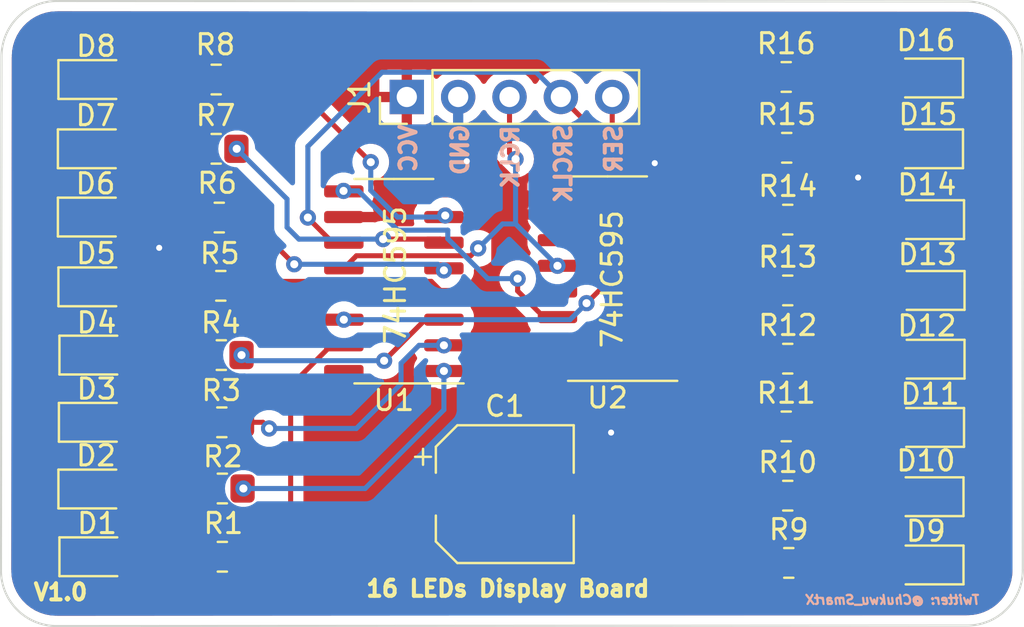
<source format=kicad_pcb>
(kicad_pcb (version 20211014) (generator pcbnew)
  (title_block (title "16-LED Board With Shift Registers") (date "2022-05-28") (rev "V1.0") (company "SMART INDUSTRIES") (comment 1 "CEO"))
  (layers (0 "F.Cu" signal) (31 "B.Cu" signal) (34 "B.Paste" user) (35 "F.Paste" user) (36 "B.SilkS" user "B.Silkscreen") (37 "F.SilkS" user "F.Silkscreen") (38 "B.Mask" user) (39 "F.Mask" user) (44 "Edge.Cuts" user))
  (net 0 "")
  (net 1 "VCC")
  (net 2 "GND")
  (net 3 "Net-(D1-Pad2)")
  (net 4 "/LED9")
  (net 5 "Net-(D2-Pad2)")
  (net 6 "/LED10")
  (net 7 "Net-(R3-Pad2)")
  (net 8 "/LED11")
  (net 9 "Net-(D4-Pad2)")
  (net 10 "/LED12")
  (net 11 "Net-(D5-Pad2)")
  (net 12 "/LED13")
  (net 13 "Net-(R6-Pad2)")
  (net 14 "/LED14")
  (net 15 "Net-(R7-Pad2)")
  (net 16 "/LED15")
  (net 17 "Net-(R8-Pad2)")
  (net 18 "/LED16")
  (net 19 "Net-(D9-Pad2)")
  (net 20 "/LED1")
  (net 21 "Net-(R10-Pad2)")
  (net 22 "/LED2")
  (net 23 "Net-(D11-Pad2)")
  (net 24 "/LED3")
  (net 25 "Net-(D12-Pad2)")
  (net 26 "/LED4")
  (net 27 "Net-(D13-Pad2)")
  (net 28 "/LED5")
  (net 29 "Net-(R14-Pad2)")
  (net 30 "/LED6")
  (net 31 "Net-(R15-Pad2)")
  (net 32 "/LED7")
  (net 33 "Net-(R16-Pad2)")
  (net 34 "/LED8")
  (net 35 "/DATA_S")
  (net 36 "/CLOCK")
  (net 37 "/LATCH")
  (net 39 "/DATA")
  (footprint "Resistor_SMD:R_0805_2012Metric_Pad1.20x1.40mm_HandSolder" (layer "F.Cu") (at 160.5788 102.997)
    (fp_text reference "R13" (at 0 -1.65) (layer "F.SilkS"))
    (fp_text value "220R")
    (fp_line (start -0.227064 -0.735) (end 0.227064 -0.735) (layer "F.SilkS") (width 0.12))
    (fp_line (start -0.227064 0.735) (end 0.227064 0.735) (layer "F.SilkS") (width 0.12))
    (pad "1" smd roundrect (at -1 0) (size 1.2 1.4) (layers "F.Cu" "F.Paste" "F.Mask") (roundrect_rratio 0.2083333333) (net 28 "/LED5"))
    (pad "2" smd roundrect (at 1 0) (size 1.2 1.4) (layers "F.Cu" "F.Paste" "F.Mask") (roundrect_rratio 0.2083333333) (net 27 "Net-(D13-Pad2)"))
  )
  (footprint "LED_SMD:LED_0805_2012Metric_Pad1.15x1.40mm_HandSolder" (layer "F.Cu") (at 167.4622 106.4006 180)
    (fp_text reference "D12" (at 0 1.651) (layer "F.SilkS"))
    (fp_text value "LED_Filled")
    (fp_line (start 1 -0.96) (end -1.86 -0.96) (layer "F.SilkS") (width 0.12))
    (fp_line (start -1.86 -0.96) (end -1.86 0.96) (layer "F.SilkS") (width 0.12))
    (fp_line (start -1.86 0.96) (end 1 0.96) (layer "F.SilkS") (width 0.12))
    (pad "1" smd roundrect (at -1.025 0 180) (size 1.15 1.4) (layers "F.Cu" "F.Paste" "F.Mask") (roundrect_rratio 0.2173913043) (net 2 "GND"))
    (pad "2" smd roundrect (at 1.025 0 180) (size 1.15 1.4) (layers "F.Cu" "F.Paste" "F.Mask") (roundrect_rratio 0.2173913043) (net 25 "Net-(D12-Pad2)"))
  )
  (footprint "Connector_PinHeader_2.54mm:PinHeader_1x05_P2.54mm_Vertical" (layer "F.Cu") (at 141.737 93.4212 90)
    (fp_text reference "J1" (at 0 -2.33 90) (layer "F.SilkS"))
    (fp_text value "Conn_01x05_Male")
    (fp_line (start -1.33 1.27) (end 1.33 1.27) (layer "F.SilkS") (width 0.12))
    (fp_line (start -1.33 -1.33) (end 0 -1.33) (layer "F.SilkS") (width 0.12))
    (fp_line (start -1.33 11.49) (end 1.33 11.49) (layer "F.SilkS") (width 0.12))
    (fp_line (start -1.33 0) (end -1.33 -1.33) (layer "F.SilkS") (width 0.12))
    (fp_line (start 1.33 1.27) (end 1.33 11.49) (layer "F.SilkS") (width 0.12))
    (fp_line (start -1.33 1.27) (end -1.33 11.49) (layer "F.SilkS") (width 0.12))
    (pad "1" thru_hole rect (at 0 0 90) (size 1.7 1.7) (drill 1) (layers *.Cu *.Mask) (net 1 "VCC"))
    (pad "2" thru_hole oval (at 0 2.54 90) (size 1.7 1.7) (drill 1) (layers *.Cu *.Mask) (net 2 "GND"))
    (pad "3" thru_hole oval (at 0 5.08 90) (size 1.7 1.7) (drill 1) (layers *.Cu *.Mask) (net 37 "/LATCH"))
    (pad "4" thru_hole oval (at 0 7.62 90) (size 1.7 1.7) (drill 1) (layers *.Cu *.Mask) (net 36 "/CLOCK"))
    (pad "5" thru_hole oval (at 0 10.16 90) (size 1.7 1.7) (drill 1) (layers *.Cu *.Mask) (net 39 "/DATA"))
  )
  (footprint "LED_SMD:LED_0805_2012Metric_Pad1.15x1.40mm_HandSolder" (layer "F.Cu") (at 126.4158 116.1796)
    (fp_text reference "D1" (at 0 -1.65) (layer "F.SilkS"))
    (fp_text value "LED_Filled")
    (fp_line (start -1.86 -0.96) (end -1.86 0.96) (layer "F.SilkS") (width 0.12))
    (fp_line (start -1.86 0.96) (end 1 0.96) (layer "F.SilkS") (width 0.12))
    (fp_line (start 1 -0.96) (end -1.86 -0.96) (layer "F.SilkS") (width 0.12))
    (pad "1" smd roundrect (at -1.025 0) (size 1.15 1.4) (layers "F.Cu" "F.Paste" "F.Mask") (roundrect_rratio 0.2173913043) (net 2 "GND"))
    (pad "2" smd roundrect (at 1.025 0) (size 1.15 1.4) (layers "F.Cu" "F.Paste" "F.Mask") (roundrect_rratio 0.2173913043) (net 3 "Net-(D1-Pad2)"))
  )
  (footprint "LED_SMD:LED_0805_2012Metric_Pad1.15x1.40mm_HandSolder" (layer "F.Cu") (at 126.365 102.8192)
    (fp_text reference "D5" (at 0 -1.65) (layer "F.SilkS"))
    (fp_text value "LED_Filled")
    (fp_line (start 1 -0.96) (end -1.86 -0.96) (layer "F.SilkS") (width 0.12))
    (fp_line (start -1.86 -0.96) (end -1.86 0.96) (layer "F.SilkS") (width 0.12))
    (fp_line (start -1.86 0.96) (end 1 0.96) (layer "F.SilkS") (width 0.12))
    (pad "1" smd roundrect (at -1.025 0) (size 1.15 1.4) (layers "F.Cu" "F.Paste" "F.Mask") (roundrect_rratio 0.2173913043) (net 2 "GND"))
    (pad "2" smd roundrect (at 1.025 0) (size 1.15 1.4) (layers "F.Cu" "F.Paste" "F.Mask") (roundrect_rratio 0.2173913043) (net 11 "Net-(D5-Pad2)"))
  )
  (footprint "Package_SO:SOIC-16_3.9x9.9mm_P1.27mm" (layer "F.Cu") (at 141.097 102.5398 180)
    (fp_text reference "U1" (at 0 -5.9) (layer "F.SilkS"))
    (fp_text value "74HC595" (at -0.0762 0.3048 90) (layer "F.SilkS"))
    (fp_line (start 0 5.06) (end 1.95 5.06) (layer "F.SilkS") (width 0.12))
    (fp_line (start 0 -5.06) (end 1.95 -5.06) (layer "F.SilkS") (width 0.12))
    (fp_line (start 0 -5.06) (end -3.45 -5.06) (layer "F.SilkS") (width 0.12))
    (fp_line (start 0 5.06) (end -1.95 5.06) (layer "F.SilkS") (width 0.12))
    (pad "1" smd roundrect (at -2.475 -4.445 180) (size 1.95 0.6) (layers "F.Cu" "F.Paste" "F.Mask") (net 6 "/LED10"))
    (pad "2" smd roundrect (at -2.475 -3.175 180) (size 1.95 0.6) (layers "F.Cu" "F.Paste" "F.Mask") (net 8 "/LED11"))
    (pad "3" smd roundrect (at -2.475 -1.905 180) (size 1.95 0.6) (layers "F.Cu" "F.Paste" "F.Mask") (net 10 "/LED12"))
    (pad "4" smd roundrect (at -2.475 -0.635 180) (size 1.95 0.6) (layers "F.Cu" "F.Paste" "F.Mask") (net 12 "/LED13"))
    (pad "5" smd roundrect (at -2.475 0.635 180) (size 1.95 0.6) (layers "F.Cu" "F.Paste" "F.Mask") (net 14 "/LED14"))
    (pad "6" smd roundrect (at -2.475 1.905 180) (size 1.95 0.6) (layers "F.Cu" "F.Paste" "F.Mask") (net 16 "/LED15"))
    (pad "7" smd roundrect (at -2.475 3.175 180) (size 1.95 0.6) (layers "F.Cu" "F.Paste" "F.Mask") (net 18 "/LED16"))
    (pad "8" smd roundrect (at -2.475 4.445 180) (size 1.95 0.6) (layers "F.Cu" "F.Paste" "F.Mask") (net 2 "GND"))
    (pad "9" smd roundrect (at 2.475 4.445 180) (size 1.95 0.6) (layers "F.Cu" "F.Paste" "F.Mask") (net 35 "/DATA_S"))
    (pad "10" smd roundrect (at 2.475 3.175 180) (size 1.95 0.6) (layers "F.Cu" "F.Paste" "F.Mask") (net 1 "VCC"))
    (pad "11" smd roundrect (at 2.475 1.905 180) (size 1.95 0.6) (layers "F.Cu" "F.Paste" "F.Mask") (net 36 "/CLOCK"))
    (pad "12" smd roundrect (at 2.475 0.635 180) (size 1.95 0.6) (layers "F.Cu" "F.Paste" "F.Mask") (net 37 "/LATCH"))
    (pad "13" smd roundrect (at 2.475 -0.635 180) (size 1.95 0.6) (layers "F.Cu" "F.Paste" "F.Mask"))
    (pad "14" smd roundrect (at 2.475 -1.905 180) (size 1.95 0.6) (layers "F.Cu" "F.Paste" "F.Mask") (net 39 "/DATA"))
    (pad "15" smd roundrect (at 2.475 -3.175 180) (size 1.95 0.6) (layers "F.Cu" "F.Paste" "F.Mask") (net 4 "/LED9"))
    (pad "16" smd roundrect (at 2.475 -4.445 180) (size 1.95 0.6) (layers "F.Cu" "F.Paste" "F.Mask") (net 1 "VCC"))
  )
  (footprint "Resistor_SMD:R_0805_2012Metric_Pad1.20x1.40mm_HandSolder" (layer "F.Cu") (at 132.3086 95.9866 180)
    (fp_text reference "R7" (at 0.0254 1.651) (layer "F.SilkS"))
    (fp_text value "220R")
    (fp_line (start -0.227064 -0.735) (end 0.227064 -0.735) (layer "F.SilkS") (width 0.12))
    (fp_line (start -0.227064 0.735) (end 0.227064 0.735) (layer "F.SilkS") (width 0.12))
    (pad "1" smd roundrect (at -1 0 180) (size 1.2 1.4) (layers "F.Cu" "F.Paste" "F.Mask") (roundrect_rratio 0.2083333333) (net 16 "/LED15"))
    (pad "2" smd roundrect (at 1 0 180) (size 1.2 1.4) (layers "F.Cu" "F.Paste" "F.Mask") (roundrect_rratio 0.2083333333) (net 15 "Net-(R7-Pad2)"))
  )
  (footprint "Resistor_SMD:R_0805_2012Metric_Pad1.20x1.40mm_HandSolder" (layer "F.Cu") (at 132.461 99.3902 180)
    (fp_text reference "R6" (at 0.1016 1.7018) (layer "F.SilkS"))
    (fp_text value "220R")
    (fp_line (start -0.227064 0.735) (end 0.227064 0.735) (layer "F.SilkS") (width 0.12))
    (fp_line (start -0.227064 -0.735) (end 0.227064 -0.735) (layer "F.SilkS") (width 0.12))
    (pad "1" smd roundrect (at -1 0 180) (size 1.2 1.4) (layers "F.Cu" "F.Paste" "F.Mask") (roundrect_rratio 0.2083333333) (net 14 "/LED14"))
    (pad "2" smd roundrect (at 1 0 180) (size 1.2 1.4) (layers "F.Cu" "F.Paste" "F.Mask") (roundrect_rratio 0.2083333333) (net 13 "Net-(R6-Pad2)"))
  )
  (footprint "LED_SMD:LED_0805_2012Metric_Pad1.15x1.40mm_HandSolder" (layer "F.Cu") (at 167.4114 113.2078 180)
    (fp_text reference "D10" (at 0 1.778) (layer "F.SilkS"))
    (fp_text value "LED_Filled")
    (fp_line (start -1.86 -0.96) (end -1.86 0.96) (layer "F.SilkS") (width 0.12))
    (fp_line (start -1.86 0.96) (end 1 0.96) (layer "F.SilkS") (width 0.12))
    (fp_line (start 1 -0.96) (end -1.86 -0.96) (layer "F.SilkS") (width 0.12))
    (pad "1" smd roundrect (at -1.025 0 180) (size 1.15 1.4) (layers "F.Cu" "F.Paste" "F.Mask") (roundrect_rratio 0.2173913043) (net 2 "GND"))
    (pad "2" smd roundrect (at 1.025 0 180) (size 1.15 1.4) (layers "F.Cu" "F.Paste" "F.Mask") (roundrect_rratio 0.2173913043) (net 21 "Net-(R10-Pad2)"))
  )
  (footprint "Resistor_SMD:R_0805_2012Metric_Pad1.20x1.40mm_HandSolder" (layer "F.Cu") (at 132.5372 102.7684 180)
    (fp_text reference "R5" (at 0.0508 1.6002) (layer "F.SilkS"))
    (fp_text value "220R")
    (fp_line (start -0.227064 -0.735) (end 0.227064 -0.735) (layer "F.SilkS") (width 0.12))
    (fp_line (start -0.227064 0.735) (end 0.227064 0.735) (layer "F.SilkS") (width 0.12))
    (pad "1" smd roundrect (at -1 0 180) (size 1.2 1.4) (layers "F.Cu" "F.Paste" "F.Mask") (roundrect_rratio 0.2083333333) (net 12 "/LED13"))
    (pad "2" smd roundrect (at 1 0 180) (size 1.2 1.4) (layers "F.Cu" "F.Paste" "F.Mask") (roundrect_rratio 0.2083333333) (net 11 "Net-(D5-Pad2)"))
  )
  (footprint "Capacitor_SMD:CP_Elec_6.3x5.3" (layer "F.Cu") (at 146.5834 113.0808)
    (fp_text reference "C1" (at 0 -4.35) (layer "F.SilkS"))
    (fp_text value "200uF")
    (fp_line (start -3.41 2.345563) (end -2.345563 3.41) (layer "F.SilkS") (width 0.12))
    (fp_line (start -4.04375 -2.24125) (end -4.04375 -1.45375) (layer "F.SilkS") (width 0.12))
    (fp_line (start -2.345563 3.41) (end 3.41 3.41) (layer "F.SilkS") (width 0.12))
    (fp_line (start -2.345563 -3.41) (end 3.41 -3.41) (layer "F.SilkS") (width 0.12))
    (fp_line (start -3.41 2.345563) (end -3.41 1.06) (layer "F.SilkS") (width 0.12))
    (fp_line (start -3.41 -2.345563) (end -2.345563 -3.41) (layer "F.SilkS") (width 0.12))
    (fp_line (start 3.41 3.41) (end 3.41 1.06) (layer "F.SilkS") (width 0.12))
    (fp_line (start 3.41 -3.41) (end 3.41 -1.06) (layer "F.SilkS") (width 0.12))
    (fp_line (start -4.4375 -1.8475) (end -3.65 -1.8475) (layer "F.SilkS") (width 0.12))
    (fp_line (start -3.41 -2.345563) (end -3.41 -1.06) (layer "F.SilkS") (width 0.12))
    (pad "1" smd roundrect (at -2.8 0) (size 3.5 1.6) (layers "F.Cu" "F.Paste" "F.Mask") (roundrect_rratio 0.15625) (net 1 "VCC"))
    (pad "2" smd roundrect (at 2.8 0) (size 3.5 1.6) (layers "F.Cu" "F.Paste" "F.Mask") (roundrect_rratio 0.15625) (net 2 "GND"))
  )
  (footprint "LED_SMD:LED_0805_2012Metric_Pad1.15x1.40mm_HandSolder" (layer "F.Cu") (at 167.386 92.4814 180)
    (fp_text reference "D16" (at -0.0254 1.8542) (layer "F.SilkS"))
    (fp_text value "LED_Filled")
    (fp_line (start -1.86 0.96) (end 1 0.96) (layer "F.SilkS") (width 0.12))
    (fp_line (start 1 -0.96) (end -1.86 -0.96) (layer "F.SilkS") (width 0.12))
    (fp_line (start -1.86 -0.96) (end -1.86 0.96) (layer "F.SilkS") (width 0.12))
    (pad "1" smd roundrect (at -1.025 0 180) (size 1.15 1.4) (layers "F.Cu" "F.Paste" "F.Mask") (roundrect_rratio 0.2173913043) (net 2 "GND"))
    (pad "2" smd roundrect (at 1.025 0 180) (size 1.15 1.4) (layers "F.Cu" "F.Paste" "F.Mask") (roundrect_rratio 0.2173913043) (net 33 "Net-(R16-Pad2)"))
  )
  (footprint "Resistor_SMD:R_0805_2012Metric_Pad1.20x1.40mm_HandSolder" (layer "F.Cu") (at 160.5026 109.728)
    (fp_text reference "R11" (at 0 -1.65) (layer "F.SilkS"))
    (fp_text value "220R")
    (fp_line (start -0.227064 -0.735) (end 0.227064 -0.735) (layer "F.SilkS") (width 0.12))
    (fp_line (start -0.227064 0.735) (end 0.227064 0.735) (layer "F.SilkS") (width 0.12))
    (pad "1" smd roundrect (at -1 0) (size 1.2 1.4) (layers "F.Cu" "F.Paste" "F.Mask") (roundrect_rratio 0.2083333333) (net 24 "/LED3"))
    (pad "2" smd roundrect (at 1 0) (size 1.2 1.4) (layers "F.Cu" "F.Paste" "F.Mask") (roundrect_rratio 0.2083333333) (net 23 "Net-(D11-Pad2)"))
  )
  (footprint "LED_SMD:LED_0805_2012Metric_Pad1.15x1.40mm_HandSolder" (layer "F.Cu") (at 167.386 95.9866 180)
    (fp_text reference "D15" (at -0.127 1.7018) (layer "F.SilkS"))
    (fp_text value "LED_Filled")
    (fp_line (start 1 -0.96) (end -1.86 -0.96) (layer "F.SilkS") (width 0.12))
    (fp_line (start -1.86 -0.96) (end -1.86 0.96) (layer "F.SilkS") (width 0.12))
    (fp_line (start -1.86 0.96) (end 1 0.96) (layer "F.SilkS") (width 0.12))
    (pad "1" smd roundrect (at -1.025 0 180) (size 1.15 1.4) (layers "F.Cu" "F.Paste" "F.Mask") (roundrect_rratio 0.2173913043) (net 2 "GND"))
    (pad "2" smd roundrect (at 1.025 0 180) (size 1.15 1.4) (layers "F.Cu" "F.Paste" "F.Mask") (roundrect_rratio 0.2173913043) (net 31 "Net-(R15-Pad2)"))
  )
  (footprint "LED_SMD:LED_0805_2012Metric_Pad1.15x1.40mm_HandSolder" (layer "F.Cu") (at 167.4114 116.586 180)
    (fp_text reference "D9" (at 0 1.6764) (layer "F.SilkS"))
    (fp_text value "LED_Filled")
    (fp_line (start -1.86 -0.96) (end -1.86 0.96) (layer "F.SilkS") (width 0.12))
    (fp_line (start -1.86 0.96) (end 1 0.96) (layer "F.SilkS") (width 0.12))
    (fp_line (start 1 -0.96) (end -1.86 -0.96) (layer "F.SilkS") (width 0.12))
    (pad "1" smd roundrect (at -1.025 0 180) (size 1.15 1.4) (layers "F.Cu" "F.Paste" "F.Mask") (roundrect_rratio 0.2173913043) (net 2 "GND"))
    (pad "2" smd roundrect (at 1.025 0 180) (size 1.15 1.4) (layers "F.Cu" "F.Paste" "F.Mask") (roundrect_rratio 0.2173913043) (net 19 "Net-(D9-Pad2)"))
  )
  (footprint "LED_SMD:LED_0805_2012Metric_Pad1.15x1.40mm_HandSolder" (layer "F.Cu") (at 126.4158 106.1974)
    (fp_text reference "D4" (at -0.0254 -1.6002) (layer "F.SilkS"))
    (fp_text value "LED_Filled")
    (fp_line (start -1.86 -0.96) (end -1.86 0.96) (layer "F.SilkS") (width 0.12))
    (fp_line (start -1.86 0.96) (end 1 0.96) (layer "F.SilkS") (width 0.12))
    (fp_line (start 1 -0.96) (end -1.86 -0.96) (layer "F.SilkS") (width 0.12))
    (pad "1" smd roundrect (at -1.025 0) (size 1.15 1.4) (layers "F.Cu" "F.Paste" "F.Mask") (roundrect_rratio 0.2173913043) (net 2 "GND"))
    (pad "2" smd roundrect (at 1.025 0) (size 1.15 1.4) (layers "F.Cu" "F.Paste" "F.Mask") (roundrect_rratio 0.2173913043) (net 9 "Net-(D4-Pad2)"))
  )
  (footprint "LED_SMD:LED_0805_2012Metric_Pad1.15x1.40mm_HandSolder" (layer "F.Cu") (at 167.4368 99.4918 180)
    (fp_text reference "D14" (at -0.0254 1.7272) (layer "F.SilkS"))
    (fp_text value "LED_Filled")
    (fp_line (start -1.86 -0.96) (end -1.86 0.96) (layer "F.SilkS") (width 0.12))
    (fp_line (start 1 -0.96) (end -1.86 -0.96) (layer "F.SilkS") (width 0.12))
    (fp_line (start -1.86 0.96) (end 1 0.96) (layer "F.SilkS") (width 0.12))
    (pad "1" smd roundrect (at -1.025 0 180) (size 1.15 1.4) (layers "F.Cu" "F.Paste" "F.Mask") (roundrect_rratio 0.2173913043) (net 2 "GND"))
    (pad "2" smd roundrect (at 1.025 0 180) (size 1.15 1.4) (layers "F.Cu" "F.Paste" "F.Mask") (roundrect_rratio 0.2173913043) (net 29 "Net-(R14-Pad2)"))
  )
  (footprint "Resistor_SMD:R_0805_2012Metric_Pad1.20x1.40mm_HandSolder" (layer "F.Cu") (at 132.3086 92.5576 180)
    (fp_text reference "R8" (at 0.0414 1.7272) (layer "F.SilkS"))
    (fp_text value "220R")
    (fp_line (start -0.227064 -0.735) (end 0.227064 -0.735) (layer "F.SilkS") (width 0.12))
    (fp_line (start -0.227064 0.735) (end 0.227064 0.735) (layer "F.SilkS") (width 0.12))
    (pad "1" smd roundrect (at -1 0 180) (size 1.2 1.4) (layers "F.Cu" "F.Paste" "F.Mask") (roundrect_rratio 0.2083333333) (net 18 "/LED16"))
    (pad "2" smd roundrect (at 1 0 180) (size 1.2 1.4) (layers "F.Cu" "F.Paste" "F.Mask") (roundrect_rratio 0.2083333333) (net 17 "Net-(R8-Pad2)"))
  )
  (footprint "Resistor_SMD:R_0805_2012Metric_Pad1.20x1.40mm_HandSolder" (layer "F.Cu") (at 132.6134 112.8014 180)
    (fp_text reference "R2" (at -0.0254 1.5748) (layer "F.SilkS"))
    (fp_text value "220R")
    (fp_line (start -0.227064 0.735) (end 0.227064 0.735) (layer "F.SilkS") (width 0.12))
    (fp_line (start -0.227064 -0.735) (end 0.227064 -0.735) (layer "F.SilkS") (width 0.12))
    (pad "1" smd roundrect (at -1 0 180) (size 1.2 1.4) (layers "F.Cu" "F.Paste" "F.Mask") (roundrect_rratio 0.2083333333) (net 6 "/LED10"))
    (pad "2" smd roundrect (at 1 0 180) (size 1.2 1.4) (layers "F.Cu" "F.Paste" "F.Mask") (roundrect_rratio 0.2083333333) (net 5 "Net-(D2-Pad2)"))
  )
  (footprint "LED_SMD:LED_0805_2012Metric_Pad1.15x1.40mm_HandSolder" (layer "F.Cu") (at 126.365 112.8268)
    (fp_text reference "D2" (at 0 -1.65) (layer "F.SilkS"))
    (fp_text value "LED_Filled")
    (fp_line (start -1.86 0.96) (end 1 0.96) (layer "F.SilkS") (width 0.12))
    (fp_line (start -1.86 -0.96) (end -1.86 0.96) (layer "F.SilkS") (width 0.12))
    (fp_line (start 1 -0.96) (end -1.86 -0.96) (layer "F.SilkS") (width 0.12))
    (pad "1" smd roundrect (at -1.025 0) (size 1.15 1.4) (layers "F.Cu" "F.Paste" "F.Mask") (roundrect_rratio 0.2173913043) (net 2 "GND"))
    (pad "2" smd roundrect (at 1.025 0) (size 1.15 1.4) (layers "F.Cu" "F.Paste" "F.Mask") (roundrect_rratio 0.2173913043) (net 5 "Net-(D2-Pad2)"))
  )
  (footprint "Resistor_SMD:R_0805_2012Metric_Pad1.20x1.40mm_HandSolder" (layer "F.Cu") (at 160.6296 116.4844)
    (fp_text reference "R9" (at 0 -1.65) (layer "F.SilkS"))
    (fp_text value "220R")
    (fp_line (start -0.227064 -0.735) (end 0.227064 -0.735) (layer "F.SilkS") (width 0.12))
    (fp_line (start -0.227064 0.735) (end 0.227064 0.735) (layer "F.SilkS") (width 0.12))
    (pad "1" smd roundrect (at -1 0) (size 1.2 1.4) (layers "F.Cu" "F.Paste" "F.Mask") (roundrect_rratio 0.2083333333) (net 20 "/LED1"))
    (pad "2" smd roundrect (at 1 0) (size 1.2 1.4) (layers "F.Cu" "F.Paste" "F.Mask") (roundrect_rratio 0.2083333333) (net 19 "Net-(D9-Pad2)"))
  )
  (footprint "Resistor_SMD:R_0805_2012Metric_Pad1.20x1.40mm_HandSolder" (layer "F.Cu") (at 160.5788 113.157)
    (fp_text reference "R10" (at 0 -1.65) (layer "F.SilkS"))
    (fp_text value "220R")
    (fp_line (start -0.227064 -0.735) (end 0.227064 -0.735) (layer "F.SilkS") (width 0.12))
    (fp_line (start -0.227064 0.735) (end 0.227064 0.735) (layer "F.SilkS") (width 0.12))
    (pad "1" smd roundrect (at -1 0) (size 1.2 1.4) (layers "F.Cu" "F.Paste" "F.Mask") (roundrect_rratio 0.2083333333) (net 22 "/LED2"))
    (pad "2" smd roundrect (at 1 0) (size 1.2 1.4) (layers "F.Cu" "F.Paste" "F.Mask") (roundrect_rratio 0.2083333333) (net 21 "Net-(R10-Pad2)"))
  )
  (footprint "Resistor_SMD:R_0805_2012Metric_Pad1.20x1.40mm_HandSolder" (layer "F.Cu") (at 132.6134 116.1796 180)
    (fp_text reference "R1" (at -0.0508 1.651) (layer "F.SilkS"))
    (fp_text value "220R")
    (fp_line (start -0.227064 0.735) (end 0.227064 0.735) (layer "F.SilkS") (width 0.12))
    (fp_line (start -0.227064 -0.735) (end 0.227064 -0.735) (layer "F.SilkS") (width 0.12))
    (pad "1" smd roundrect (at -1 0 180) (size 1.2 1.4) (layers "F.Cu" "F.Paste" "F.Mask") (roundrect_rratio 0.2083333333) (net 4 "/LED9"))
    (pad "2" smd roundrect (at 1 0 180) (size 1.2 1.4) (layers "F.Cu" "F.Paste" "F.Mask") (roundrect_rratio 0.2083333333) (net 3 "Net-(D1-Pad2)"))
  )
  (footprint "Resistor_SMD:R_0805_2012Metric_Pad1.20x1.40mm_HandSolder" (layer "F.Cu") (at 160.5788 106.3752)
    (fp_text reference "R12" (at 0 -1.65) (layer "F.SilkS"))
    (fp_text value "220R")
    (fp_line (start -0.227064 -0.735) (end 0.227064 -0.735) (layer "F.SilkS") (width 0.12))
    (fp_line (start -0.227064 0.735) (end 0.227064 0.735) (layer "F.SilkS") (width 0.12))
    (pad "1" smd roundrect (at -1 0) (size 1.2 1.4) (layers "F.Cu" "F.Paste" "F.Mask") (roundrect_rratio 0.2083333333) (net 26 "/LED4"))
    (pad "2" smd roundrect (at 1 0) (size 1.2 1.4) (layers "F.Cu" "F.Paste" "F.Mask") (roundrect_rratio 0.2083333333) (net 25 "Net-(D12-Pad2)"))
  )
  (footprint "LED_SMD:LED_0805_2012Metric_Pad1.15x1.40mm_HandSolder" (layer "F.Cu") (at 126.3396 95.9866)
    (fp_text reference "D7" (at 0 -1.65) (layer "F.SilkS"))
    (fp_text value "LED_Filled")
    (fp_line (start -1.86 0.96) (end 1 0.96) (layer "F.SilkS") (width 0.12))
    (fp_line (start 1 -0.96) (end -1.86 -0.96) (layer "F.SilkS") (width 0.12))
    (fp_line (start -1.86 -0.96) (end -1.86 0.96) (layer "F.SilkS") (width 0.12))
    (pad "1" smd roundrect (at -1.025 0) (size 1.15 1.4) (layers "F.Cu" "F.Paste" "F.Mask") (roundrect_rratio 0.2173913043) (net 2 "GND"))
    (pad "2" smd roundrect (at 1.025 0) (size 1.15 1.4) (layers "F.Cu" "F.Paste" "F.Mask") (roundrect_rratio 0.2173913043) (net 15 "Net-(R7-Pad2)"))
  )
  (footprint "Resistor_SMD:R_0805_2012Metric_Pad1.20x1.40mm_HandSolder" (layer "F.Cu") (at 132.588 109.5248 180)
    (fp_text reference "R3" (at 0.0254 1.5748) (layer "F.SilkS"))
    (fp_text value "220R")
    (fp_line (start -0.227064 -0.735) (end 0.227064 -0.735) (layer "F.SilkS") (width 0.12))
    (fp_line (start -0.227064 0.735) (end 0.227064 0.735) (layer "F.SilkS") (width 0.12))
    (pad "1" smd roundrect (at -1 0 180) (size 1.2 1.4) (layers "F.Cu" "F.Paste" "F.Mask") (roundrect_rratio 0.2083333333) (net 8 "/LED11"))
    (pad "2" smd roundrect (at 1 0 180) (size 1.2 1.4) (layers "F.Cu" "F.Paste" "F.Mask") (roundrect_rratio 0.2083333333) (net 7 "Net-(R3-Pad2)"))
  )
  (footprint "Resistor_SMD:R_0805_2012Metric_Pad1.20x1.40mm_HandSolder" (layer "F.Cu") (at 160.5026 92.4306)
    (fp_text reference "R16" (at 0 -1.65) (layer "F.SilkS"))
    (fp_text value "220R")
    (fp_line (start -0.227064 -0.735) (end 0.227064 -0.735) (layer "F.SilkS") (width 0.12))
    (fp_line (start -0.227064 0.735) (end 0.227064 0.735) (layer "F.SilkS") (width 0.12))
    (pad "1" smd roundrect (at -1 0) (size 1.2 1.4) (layers "F.Cu" "F.Paste" "F.Mask") (roundrect_rratio 0.2083333333) (net 34 "/LED8"))
    (pad "2" smd roundrect (at 1 0) (size 1.2 1.4) (layers "F.Cu" "F.Paste" "F.Mask") (roundrect_rratio 0.2083333333) (net 33 "Net-(R16-Pad2)"))
  )
  (footprint "LED_SMD:LED_0805_2012Metric_Pad1.15x1.40mm_HandSolder" (layer "F.Cu") (at 126.3904 109.5248)
    (fp_text reference "D3" (at 0 -1.65) (layer "F.SilkS"))
    (fp_text value "LED_Filled")
    (fp_line (start 1 -0.96) (end -1.86 -0.96) (layer "F.SilkS") (width 0.12))
    (fp_line (start -1.86 0.96) (end 1 0.96) (layer "F.SilkS") (width 0.12))
    (fp_line (start -1.86 -0.96) (end -1.86 0.96) (layer "F.SilkS") (width 0.12))
    (pad "1" smd roundrect (at -1.025 0) (size 1.15 1.4) (layers "F.Cu" "F.Paste" "F.Mask") (roundrect_rratio 0.2173913043) (net 2 "GND"))
    (pad "2" smd roundrect (at 1.025 0) (size 1.15 1.4) (layers "F.Cu" "F.Paste" "F.Mask") (roundrect_rratio 0.2173913043) (net 7 "Net-(R3-Pad2)"))
  )
  (footprint "Resistor_SMD:R_0805_2012Metric_Pad1.20x1.40mm_HandSolder" (layer "F.Cu") (at 160.5788 99.4918)
    (fp_text reference "R14" (at 0 -1.65) (layer "F.SilkS"))
    (fp_text value "220R")
    (fp_line (start -0.227064 -0.735) (end 0.227064 -0.735) (layer "F.SilkS") (width 0.12))
    (fp_line (start -0.227064 0.735) (end 0.227064 0.735) (layer "F.SilkS") (width 0.12))
    (pad "1" smd roundrect (at -1 0) (size 1.2 1.4) (layers "F.Cu" "F.Paste" "F.Mask") (roundrect_rratio 0.2083333333) (net 30 "/LED6"))
    (pad "2" smd roundrect (at 1 0) (size 1.2 1.4) (layers "F.Cu" "F.Paste" "F.Mask") (roundrect_rratio 0.2083333333) (net 29 "Net-(R14-Pad2)"))
  )
  (footprint "LED_SMD:LED_0805_2012Metric_Pad1.15x1.40mm_HandSolder" (layer "F.Cu") (at 126.3396 99.3648)
    (fp_text reference "D6" (at 0 -1.65) (layer "F.SilkS"))
    (fp_text value "LED_Filled")
    (fp_line (start -1.86 -0.96) (end -1.86 0.96) (layer "F.SilkS") (width 0.12))
    (fp_line (start 1 -0.96) (end -1.86 -0.96) (layer "F.SilkS") (width 0.12))
    (fp_line (start -1.86 0.96) (end 1 0.96) (layer "F.SilkS") (width 0.12))
    (pad "1" smd roundrect (at -1.025 0) (size 1.15 1.4) (layers "F.Cu" "F.Paste" "F.Mask") (roundrect_rratio 0.2173913043) (net 2 "GND"))
    (pad "2" smd roundrect (at 1.025 0) (size 1.15 1.4) (layers "F.Cu" "F.Paste" "F.Mask") (roundrect_rratio 0.2173913043) (net 13 "Net-(R6-Pad2)"))
  )
  (footprint "Resistor_SMD:R_0805_2012Metric_Pad1.20x1.40mm_HandSolder" (layer "F.Cu") (at 132.5626 106.1974 180)
    (fp_text reference "R4" (at 0.0254 1.6002) (layer "F.SilkS"))
    (fp_text value "220R")
    (fp_line (start -0.227064 -0.735) (end 0.227064 -0.735) (layer "F.SilkS") (width 0.12))
    (fp_line (start -0.227064 0.735) (end 0.227064 0.735) (layer "F.SilkS") (width 0.12))
    (pad "1" smd roundrect (at -1 0 180) (size 1.2 1.4) (layers "F.Cu" "F.Paste" "F.Mask") (roundrect_rratio 0.2083333333) (net 10 "/LED12"))
    (pad "2" smd roundrect (at 1 0 180) (size 1.2 1.4) (layers "F.Cu" "F.Paste" "F.Mask") (roundrect_rratio 0.2083333333) (net 9 "Net-(D4-Pad2)"))
  )
  (footprint "LED_SMD:LED_0805_2012Metric_Pad1.15x1.40mm_HandSolder" (layer "F.Cu") (at 126.365 92.5576)
    (fp_text reference "D8" (at 0 -1.65) (layer "F.SilkS"))
    (fp_text value "LED_Filled")
    (fp_line (start -1.86 0.96) (end 1 0.96) (layer "F.SilkS") (width 0.12))
    (fp_line (start 1 -0.96) (end -1.86 -0.96) (layer "F.SilkS") (width 0.12))
    (fp_line (start -1.86 -0.96) (end -1.86 0.96) (layer "F.SilkS") (width 0.12))
    (pad "1" smd roundrect (at -1.025 0) (size 1.15 1.4) (layers "F.Cu" "F.Paste" "F.Mask") (roundrect_rratio 0.2173913043) (net 2 "GND"))
    (pad "2" smd roundrect (at 1.025 0) (size 1.15 1.4) (layers "F.Cu" "F.Paste" "F.Mask") (roundrect_rratio 0.2173913043) (net 17 "Net-(R8-Pad2)"))
  )
  (footprint "Resistor_SMD:R_0805_2012Metric_Pad1.20x1.40mm_HandSolder" (layer "F.Cu") (at 160.528 95.9358)
    (fp_text reference "R15" (at 0 -1.65) (layer "F.SilkS"))
    (fp_text value "220R")
    (fp_line (start -0.227064 0.735) (end 0.227064 0.735) (layer "F.SilkS") (width 0.12))
    (fp_line (start -0.227064 -0.735) (end 0.227064 -0.735) (layer "F.SilkS") (width 0.12))
    (pad "1" smd roundrect (at -1 0) (size 1.2 1.4) (layers "F.Cu" "F.Paste" "F.Mask") (roundrect_rratio 0.2083333333) (net 32 "/LED7"))
    (pad "2" smd roundrect (at 1 0) (size 1.2 1.4) (layers "F.Cu" "F.Paste" "F.Mask") (roundrect_rratio 0.2083333333) (net 31 "Net-(R15-Pad2)"))
  )
  (footprint "LED_SMD:LED_0805_2012Metric_Pad1.15x1.40mm_HandSolder" (layer "F.Cu") (at 167.4368 109.7788 180)
    (fp_text reference "D11" (at -0.1778 1.651) (layer "F.SilkS"))
    (fp_text value "LED_Filled")
    (fp_line (start 1 -0.96) (end -1.86 -0.96) (layer "F.SilkS") (width 0.12))
    (fp_line (start -1.86 0.96) (end 1 0.96) (layer "F.SilkS") (width 0.12))
    (fp_line (start -1.86 -0.96) (end -1.86 0.96) (layer "F.SilkS") (width 0.12))
    (pad "1" smd roundrect (at -1.025 0 180) (size 1.15 1.4) (layers "F.Cu" "F.Paste" "F.Mask") (roundrect_rratio 0.2173913043) (net 2 "GND"))
    (pad "2" smd roundrect (at 1.025 0 180) (size 1.15 1.4) (layers "F.Cu" "F.Paste" "F.Mask") (roundrect_rratio 0.2173913043) (net 23 "Net-(D11-Pad2)"))
  )
  (footprint "LED_SMD:LED_0805_2012Metric_Pad1.15x1.40mm_HandSolder" (layer "F.Cu") (at 167.4622 102.997 180)
    (fp_text reference "D13" (at -0.0254 1.778) (layer "F.SilkS"))
    (fp_text value "LED_Filled")
    (fp_line (start -1.86 -0.96) (end -1.86 0.96) (layer "F.SilkS") (width 0.12))
    (fp_line (start -1.86 0.96) (end 1 0.96) (layer "F.SilkS") (width 0.12))
    (fp_line (start 1 -0.96) (end -1.86 -0.96) (layer "F.SilkS") (width 0.12))
    (pad "1" smd roundrect (at -1.025 0 180) (size 1.15 1.4) (layers "F.Cu" "F.Paste" "F.Mask") (roundrect_rratio 0.2173913043) (net 2 "GND"))
    (pad "2" smd roundrect (at 1.025 0 180) (size 1.15 1.4) (layers "F.Cu" "F.Paste" "F.Mask") (roundrect_rratio 0.2173913043) (net 27 "Net-(D13-Pad2)"))
  )
  (footprint "Package_SO:SOIC-16_3.9x9.9mm_P1.27mm" (layer "F.Cu") (at 151.6634 102.4128 180)
    (fp_text reference "U2" (at 0 -5.9) (layer "F.SilkS"))
    (fp_text value "74HC595" (at -0.2286 -0.0254 90) (layer "F.SilkS"))
    (fp_line (start 0 -5.06) (end -3.45 -5.06) (layer "F.SilkS") (width 0.12))
    (fp_line (start 0 5.06) (end -1.95 5.06) (layer "F.SilkS") (width 0.12))
    (fp_line (start 0 5.06) (end 1.95 5.06) (layer "F.SilkS") (width 0.12))
    (fp_line (start 0 -5.06) (end 1.95 -5.06) (layer "F.SilkS") (width 0.12))
    (pad "1" smd roundrect (at -2.475 -4.445 180) (size 1.95 0.6) (layers "F.Cu" "F.Paste" "F.Mask") (net 22 "/LED2"))
    (pad "2" smd roundrect (at -2.475 -3.175 180) (size 1.95 0.6) (layers "F.Cu" "F.Paste" "F.Mask") (net 24 "/LED3"))
    (pad "3" smd roundrect (at -2.475 -1.905 180) (size 1.95 0.6) (layers "F.Cu" "F.Paste" "F.Mask") (net 26 "/LED4"))
    (pad "4" smd roundrect (at -2.475 -0.635 180) (size 1.95 0.6) (layers "F.Cu" "F.Paste" "F.Mask") (net 28 "/LED5"))
    (pad "5" smd roundrect (at -2.475 0.635 180) (size 1.95 0.6) (layers "F.Cu" "F.Paste" "F.Mask") (net 30 "/LED6"))
    (pad "6" smd roundrect (at -2.475 1.905 180) (size 1.95 0.6) (layers "F.Cu" "F.Paste" "F.Mask") (net 32 "/LED7"))
    (pad "7" smd roundrect (at -2.475 3.175 180) (size 1.95 0.6) (layers "F.Cu" "F.Paste" "F.Mask") (net 34 "/LED8"))
    (pad "8" smd roundrect (at -2.475 4.445 180) (size 1.95 0.6) (layers "F.Cu" "F.Paste" "F.Mask") (net 2 "GND"))
    (pad "9" smd roundrect (at 2.475 4.445 180) (size 1.95 0.6) (layers "F.Cu" "F.Paste" "F.Mask"))
    (pad "10" smd roundrect (at 2.475 3.175 180) (size 1.95 0.6) (layers "F.Cu" "F.Paste" "F.Mask") (net 1 "VCC"))
    (pad "11" smd roundrect (at 2.475 1.905 180) (size 1.95 0.6) (layers "F.Cu" "F.Paste" "F.Mask") (net 36 "/CLOCK"))
    (pad "12" smd roundrect (at 2.475 0.635 180) (size 1.95 0.6) (layers "F.Cu" "F.Paste" "F.Mask") (net 37 "/LATCH"))
    (pad "13" smd roundrect (at 2.475 -0.635 180) (size 1.95 0.6) (layers "F.Cu" "F.Paste" "F.Mask"))
    (pad "14" smd roundrect (at 2.475 -1.905 180) (size 1.95 0.6) (layers "F.Cu" "F.Paste" "F.Mask") (net 35 "/DATA_S"))
    (pad "15" smd roundrect (at 2.475 -3.175 180) (size 1.95 0.6) (layers "F.Cu" "F.Paste" "F.Mask") (net 20 "/LED1"))
    (pad "16" smd roundrect (at 2.475 -4.445 180) (size 1.95 0.6) (layers "F.Cu" "F.Paste" "F.Mask") (net 1 "VCC"))
  )
  (gr_arc (start 172.202665 116.84) (mid 171.3992 118.779735) (end 169.459465 119.5832) (layer "Edge.Cuts") (width 0.1))
  (gr_arc (start 121.6914 91.4146) (mid 122.494865 89.474865) (end 124.4346 88.6714) (layer "Edge.Cuts") (width 0.1))
  (gr_line (start 121.6914 91.4146) (end 121.666 116.8654) (layer "Edge.Cuts") (width 0.1))
  (gr_line (start 124.4346 88.6714) (end 169.4434 88.6968) (layer "Edge.Cuts") (width 0.1))
  (gr_arc (start 169.4434 88.6968) (mid 171.383135 89.500265) (end 172.1866 91.44) (layer "Edge.Cuts") (width 0.1))
  (gr_line (start 124.4092 119.6086) (end 169.459465 119.5832) (layer "Edge.Cuts") (width 0.1))
  (gr_line (start 172.202665 116.84) (end 172.1866 91.44) (layer "Edge.Cuts") (width 0.1))
  (gr_arc (start 124.4092 119.6086) (mid 122.469465 118.805135) (end 121.666 116.8654) (layer "Edge.Cuts") (width 0.1))
  (gr_text "GND" (at 144.3736 96.0374 90) (layer "B.SilkS") (effects (font (size 0.8 0.8) (thickness 0.2)) (justify mirror)))
  (gr_text "SRCLK" (at 149.479 96.7232 90) (layer "B.SilkS") (effects (font (size 0.8 0.8) (thickness 0.2)) (justify mirror)))
  (gr_text "VCC" (at 141.8082 95.9612 90) (layer "B.SilkS") (effects (font (size 0.8 0.8) (thickness 0.2)) (justify mirror)))
  (gr_text "Twitter: @Chukwu_SmartX" (at 165.7858 118.3132) (layer "B.SilkS") (effects (font (size 0.45 0.45) (thickness 0.1125) italic) (justify mirror)))
  (gr_text "SER" (at 151.9682 95.9866 90) (layer "B.SilkS") (effects (font (size 0.8 0.8) (thickness 0.2)) (justify mirror)))
  (gr_text "RCLK" (at 146.8628 96.393 90) (layer "B.SilkS") (effects (font (size 0.8 0.8) (thickness 0.2)) (justify mirror)))
  (gr_text "V1.0" (at 124.6124 117.9322) (layer "F.SilkS") (effects (font (size 0.8 0.8) (thickness 0.2))))
  (gr_text "16 LEDs Display Board" (at 146.7358 117.7544) (layer "F.SilkS") (effects (font (size 0.8 0.8) (thickness 0.2))))
  (segment (start 145.251093 95.8392) (end 141.737 95.8392) (width 0.38) (layer "F.Cu") (net 1))
  (segment (start 141.737 95.8392) (end 141.737 98.547) (width 0.38) (layer "F.Cu") (net 1))
  (segment (start 147.6136 108.4326) (end 145.6436 108.4326) (width 0.38) (layer "F.Cu") (net 1))
  (segment (start 143.7834 110.2928) (end 143.7834 113.0808) (width 0.38) (layer "F.Cu") (net 1))
  (segment (start 146.105247 96.693353) (end 145.251093 95.8392) (width 0.38) (layer "F.Cu") (net 1))
  (segment (start 138.622 106.9848) (end 138.622 107.9194) (width 0.38) (layer "F.Cu") (net 1))
  (segment (start 149.1884 99.2378) (end 148.649693 99.2378) (width 0.38) (layer "F.Cu") (net 1))
  (segment (start 138.622 107.9194) (end 143.7834 113.0808) (width 0.38) (layer "F.Cu") (net 1))
  (segment (start 141.737 93.4212) (end 141.737 95.8392) (width 0.38) (layer "F.Cu") (net 1))
  (segment (start 140.9192 99.3648) (end 138.622 99.3648) (width 0.38) (layer "F.Cu") (net 1))
  (segment (start 148.649693 99.2378) (end 146.105247 96.693353) (width 0.38) (layer "F.Cu") (net 1))
  (segment (start 141.737 98.547) (end 140.9192 99.3648) (width 0.38) (layer "F.Cu") (net 1))
  (segment (start 146.105247 104.313354) (end 146.105247 96.693353) (width 0.38) (layer "F.Cu") (net 1))
  (segment (start 149.1884 106.8578) (end 148.649693 106.8578) (width 0.38) (layer "F.Cu") (net 1))
  (segment (start 149.1884 106.8578) (end 147.6136 108.4326) (width 0.38) (layer "F.Cu") (net 1))
  (segment (start 148.649693 106.8578) (end 146.105247 104.313354) (width 0.38) (layer "F.Cu") (net 1))
  (segment (start 145.6436 108.4326) (end 143.7834 110.2928) (width 0.38) (layer "F.Cu") (net 1))
  (segment (start 168.4618 109.7788) (end 168.4618 113.1824) (width 0.38) (layer "F.Cu") (net 2))
  (segment (start 129.0828 101.2952) (end 129.4892 100.8888) (width 0.38) (layer "F.Cu") (net 2))
  (segment (start 166.379 97.409) (end 164.0586 97.409) (width 0.38) (layer "F.Cu") (net 2))
  (segment (start 125.3146 99.3648) (end 125.3146 102.7938) (width 0.38) (layer "F.Cu") (net 2))
  (segment (start 168.4872 106.4006) (end 168.4872 109.7534) (width 0.38) (layer "F.Cu") (net 2))
  (segment (start 125.3908 109.4994) (end 125.3654 109.5248) (width 0.38) (layer "F.Cu") (net 2))
  (segment (start 154.1384 96.836) (end 154.0002 96.6978) (width 0.38) (layer "F.Cu") (net 2))
  (segment (start 168.4364 113.2078) (end 168.4364 116.586) (width 0.38) (layer "F.Cu") (net 2))
  (segment (start 168.4618 99.4918) (end 166.379 97.409) (width 0.38) (layer "F.Cu") (net 2))
  (segment (start 125.3654 112.8014) (end 125.34 112.8268) (width 0.38) (layer "F.Cu") (net 2))
  (segment (start 125.34 92.5576) (end 125.34 95.9612) (width 0.38) (layer "F.Cu") (net 2))
  (segment (start 168.4872 109.7534) (end 168.4618 109.7788) (width 0.38) (layer "F.Cu") (net 2))
  (segment (start 144.7038 96.5962) (end 144.7038 96.963) (width 0.38) (layer "F.Cu") (net 2))
  (segment (start 125.3654 109.5248) (end 125.3654 112.8014) (width 0.38) (layer "F.Cu") (net 2))
  (segment (start 168.411 92.4814) (end 168.411 95.9866) (width 0.38) (layer "F.Cu") (net 2))
  (segment (start 125.34 95.9612) (end 125.3146 95.9866) (width 0.38) (layer "F.Cu") (net 2))
  (segment (start 149.3834 113.0808) (end 149.3834 112.4906) (width 0.38) (layer "F.Cu") (net 2))
  (segment (start 168.4618 99.4918) (end 168.4618 102.9716) (width 0.38) (layer "F.Cu") (net 2))
  (segment (start 149.3834 112.4906) (end 151.8412 110.0328) (width 0.38) (layer "F.Cu") (net 2))
  (segment (start 168.4618 113.1824) (end 168.4364 113.2078) (width 0.38) (layer "F.Cu") (net 2))
  (segment (start 168.411 95.9866) (end 168.411 99.441) (width 0.38) (layer "F.Cu") (net 2))
  (segment (start 168.4618 102.9716) (end 168.4872 102.997) (width 0.38) (layer "F.Cu") (net 2))
  (segment (start 144.7038 96.963) (end 143.572 98.0948) (width 0.38) (layer "F.Cu") (net 2))
  (segment (start 127.245 101.2952) (end 129.0828 101.2952) (width 0.38) (layer "F.Cu") (net 2))
  (segment (start 125.34 112.8268) (end 125.34 116.1288) (width 0.38) (layer "F.Cu") (net 2))
  (segment (start 168.411 99.441) (end 168.4618 99.4918) (width 0.38) (layer "F.Cu") (net 2))
  (segment (start 125.3146 95.9866) (end 125.3146 99.3648) (width 0.38) (layer "F.Cu") (net 2))
  (segment (start 125.3146 102.7938) (end 125.34 102.8192) (width 0.38) (layer "F.Cu") (net 2))
  (segment (start 125.34 116.1288) (end 125.3908 116.1796) (width 0.38) (layer "F.Cu") (net 2))
  (segment (start 125.34 102.8192) (end 125.34 106.1466) (width 0.38) (layer "F.Cu") (net 2))
  (segment (start 168.4872 102.997) (end 168.4872 106.4006) (width 0.38) (layer "F.Cu") (net 2))
  (segment (start 125.3908 106.1974) (end 125.3908 109.4994) (width 0.38) (layer "F.Cu") (net 2))
  (segment (start 154.1384 97.9678) (end 154.1384 96.836) (width 0.38) (layer "F.Cu") (net 2))
  (segment (start 125.3146 99.3648) (end 127.245 101.2952) (width 0.38) (layer "F.Cu") (net 2))
  (segment (start 125.34 106.1466) (end 125.3908 106.1974) (width 0.38) (layer "F.Cu") (net 2))
  (via (at 154.0002 96.6978) (size 0.6) (drill 0.3) (layers "F.Cu" "B.Cu") (net 2))
  (via (at 144.7038 96.5962) (size 0.6) (drill 0.3) (layers "F.Cu" "B.Cu") (net 2))
  (via (at 151.8412 110.0328) (size 0.6) (drill 0.3) (layers "F.Cu" "B.Cu") (net 2))
  (via (at 164.0586 97.409) (size 0.6) (drill 0.3) (layers "F.Cu" "B.Cu") (net 2))
  (via (at 129.4892 100.8888) (size 0.6) (drill 0.3) (layers "F.Cu" "B.Cu") (net 2))
  (segment (start 154.0002 96.6978) (end 153.416 96.1136) (width 0.38) (layer "B.Cu") (net 2))
  (segment (start 153.5888 95.2296) (end 145.9688 95.2296) (width 0.38) (layer "B.Cu") (net 2))
  (segment (start 151.8412 96.9772) (end 152.7048 96.1136) (width 0.38) (layer "B.Cu") (net 2))
  (segment (start 151.8412 110.0328) (end 151.8412 96.9772) (width 0.38) (layer "B.Cu") (net 2))
  (segment (start 144.277 96.1694) (end 144.7038 96.5962) (width 0.38) (layer "B.Cu") (net 2))
  (segment (start 164.0586 97.409) (end 156.718 97.409) (width 0.38) (layer "B.Cu") (net 2))
  (segment (start 144.277 95.2296) (end 144.277 96.1694) (width 0.38) (layer "B.Cu") (net 2))
  (segment (start 153.416 96.1136) (end 152.7048 96.1136) (width 0.38) (layer "B.Cu") (net 2))
  (segment (start 145.9688 95.2296) (end 144.277 95.2296) (width 0.38) (layer "B.Cu") (net 2))
  (segment (start 144.277 93.4212) (end 144.277 95.2296) (width 0.38) (layer "B.Cu") (net 2))
  (segment (start 156.718 97.409) (end 154.5386 95.2296) (width 0.38) (layer "B.Cu") (net 2))
  (segment (start 152.7048 96.1136) (end 153.5888 95.2296) (width 0.38) (layer "B.Cu") (net 2))
  (segment (start 154.5386 95.2296) (end 153.5888 95.2296) (width 0.38) (layer "B.Cu") (net 2))
  (segment (start 127.4408 116.1796) (end 131.6134 116.1796) (width 0.25) (layer "F.Cu") (net 3))
  (segment (start 135.9916 113.8014) (end 135.9916 107.7214) (width 0.25) (layer "F.Cu") (net 4))
  (segment (start 133.6134 116.1796) (end 135.9916 113.8014) (width 0.25) (layer "F.Cu") (net 4))
  (segment (start 135.9916 107.7214) (end 137.9982 105.7148) (width 0.25) (layer "F.Cu") (net 4))
  (segment (start 137.9982 105.7148) (end 138.622 105.7148) (width 0.25) (layer "F.Cu") (net 4))
  (segment (start 131.588 112.8268) (end 131.6134 112.8014) (width 0.25) (layer "F.Cu") (net 5))
  (segment (start 127.39 112.8268) (end 131.588 112.8268) (width 0.25) (layer "F.Cu") (net 5))
  (segment (start 133.6134 112.8014) (end 133.6548 112.8014) (width 0.25) (layer "F.Cu") (net 6))
  (via (at 133.6548 112.8014) (size 0.8) (drill 0.4) (layers "F.Cu" "B.Cu") (net 6))
  (via (at 143.572 106.9848) (size 0.8) (drill 0.4) (layers "F.Cu" "B.Cu") (net 6))
  (segment (start 133.6548 112.8014) (end 139.6746 112.8014) (width 0.25) (layer "B.Cu") (net 6))
  (segment (start 139.6746 112.8014) (end 143.572 108.904) (width 0.25) (layer "B.Cu") (net 6))
  (segment (start 143.572 108.904) (end 143.572 106.9848) (width 0.25) (layer "B.Cu") (net 6))
  (segment (start 127.4154 109.5248) (end 131.588 109.5248) (width 0.25) (layer "F.Cu") (net 7))
  (segment (start 134.62 109.5248) (end 134.9248 109.8296) (width 0.25) (layer "F.Cu") (net 8))
  (segment (start 133.588 109.5248) (end 134.62 109.5248) (width 0.25) (layer "F.Cu") (net 8))
  (via (at 134.9248 109.8296) (size 0.8) (drill 0.4) (layers "F.Cu" "B.Cu") (net 8))
  (via (at 143.572 105.7148) (size 0.8) (drill 0.4) (layers "F.Cu" "B.Cu") (net 8))
  (segment (start 134.9248 109.8296) (end 139.2428 109.8296) (width 0.25) (layer "B.Cu") (net 8))
  (segment (start 142.3416 105.7148) (end 143.572 105.7148) (width 0.25) (layer "B.Cu") (net 8))
  (segment (start 139.2428 109.8296) (end 141.4526 107.6198) (width 0.25) (layer "B.Cu") (net 8))
  (segment (start 141.4526 107.6198) (end 141.4526 106.6038) (width 0.25) (layer "B.Cu") (net 8))
  (segment (start 141.4526 106.6038) (end 142.3416 105.7148) (width 0.25) (layer "B.Cu") (net 8))
  (segment (start 127.4408 106.1974) (end 131.5626 106.1974) (width 0.25) (layer "F.Cu") (net 9))
  (segment (start 142.6464 104.4448) (end 140.6144 106.4768) (width 0.25) (layer "F.Cu") (net 10))
  (segment (start 143.572 104.4448) (end 142.6464 104.4448) (width 0.25) (layer "F.Cu") (net 10))
  (via (at 133.5626 106.1974) (size 0.8) (drill 0.4) (layers "F.Cu" "B.Cu") (net 10))
  (via (at 140.6144 106.4768) (size 0.8) (drill 0.4) (layers "F.Cu" "B.Cu") (net 10))
  (segment (start 140.6144 106.4768) (end 133.842 106.4768) (width 0.25) (layer "B.Cu") (net 10))
  (segment (start 133.842 106.4768) (end 133.5626 106.1974) (width 0.25) (layer "B.Cu") (net 10))
  (segment (start 127.39 102.8192) (end 131.4864 102.8192) (width 0.25) (layer "F.Cu") (net 11))
  (segment (start 131.4864 102.8192) (end 131.5372 102.7684) (width 0.25) (layer "F.Cu") (net 11))
  (segment (start 133.5372 102.7684) (end 133.75532 102.55028) (width 0.25) (layer "F.Cu") (net 12))
  (segment (start 133.75532 102.55028) (end 142.94748 102.55028) (width 0.25) (layer "F.Cu") (net 12))
  (segment (start 142.94748 102.55028) (end 143.572 103.1748) (width 0.25) (layer "F.Cu") (net 12))
  (segment (start 131.4356 99.3648) (end 131.461 99.3902) (width 0.25) (layer "F.Cu") (net 13))
  (segment (start 127.3646 99.3648) (end 131.4356 99.3648) (width 0.25) (layer "F.Cu") (net 13))
  (segment (start 133.858 99.3902) (end 136.1694 101.7016) (width 0.25) (layer "F.Cu") (net 14))
  (segment (start 133.461 99.3902) (end 133.858 99.3902) (width 0.25) (layer "F.Cu") (net 14))
  (via (at 136.1694 101.7016) (size 0.8) (drill 0.4) (layers "F.Cu" "B.Cu") (net 14))
  (via (at 143.572 102.00478) (size 0.8) (drill 0.4) (layers "F.Cu" "B.Cu") (net 14))
  (segment (start 136.1694 101.7016) (end 143.26882 101.7016) (width 0.25) (layer "B.Cu") (net 14))
  (segment (start 143.26882 101.7016) (end 143.572 102.00478) (width 0.25) (layer "B.Cu") (net 14))
  (segment (start 127.3646 95.9866) (end 131.3086 95.9866) (width 0.25) (layer "F.Cu") (net 15))
  (segment (start 133.3086 95.9866) (end 133.3246 95.9866) (width 0.25) (layer "F.Cu") (net 16))
  (segment (start 143.3942 100.457) (end 143.572 100.6348) (width 0.25) (layer "F.Cu") (net 16))
  (segment (start 140.5636 100.457) (end 143.3942 100.457) (width 0.25) (layer "F.Cu") (net 16))
  (via (at 133.3246 95.9866) (size 0.8) (drill 0.4) (layers "F.Cu" "B.Cu") (net 16))
  (via (at 140.5636 100.457) (size 0.8) (drill 0.4) (layers "F.Cu" "B.Cu") (net 16))
  (segment (start 136.398 100.457) (end 140.5636 100.457) (width 0.25) (layer "B.Cu") (net 16))
  (segment (start 133.3246 95.9866) (end 135.8138 98.4758) (width 0.25) (layer "B.Cu") (net 16))
  (segment (start 135.8138 99.8728) (end 136.398 100.457) (width 0.25) (layer "B.Cu") (net 16))
  (segment (start 135.8138 98.4758) (end 135.8138 99.8728) (width 0.25) (layer "B.Cu") (net 16))
  (segment (start 127.39 92.5576) (end 131.3086 92.5576) (width 0.25) (layer "F.Cu") (net 17))
  (segment (start 133.3086 92.5576) (end 134.23312 93.48212) (width 0.25) (layer "F.Cu") (net 18))
  (segment (start 136.78912 93.48212) (end 139.954 96.647) (width 0.25) (layer "F.Cu") (net 18))
  (segment (start 134.23312 93.48212) (end 136.78912 93.48212) (width 0.25) (layer "F.Cu") (net 18))
  (via (at 143.637 99.2886) (size 0.8) (drill 0.4) (layers "F.Cu" "B.Cu") (net 18))
  (via (at 139.954 96.647) (size 0.8) (drill 0.4) (layers "F.Cu" "B.Cu") (net 18))
  (segment (start 143.5608 99.3648) (end 143.637 99.2886) (width 0.25) (layer "B.Cu") (net 18))
  (segment (start 139.954 98.044) (end 141.2748 99.3648) (width 0.25) (layer "B.Cu") (net 18))
  (segment (start 139.954 96.647) (end 139.954 98.044) (width 0.25) (layer "B.Cu") (net 18))
  (segment (start 141.2748 99.3648) (end 143.5608 99.3648) (width 0.25) (layer "B.Cu") (net 18))
  (segment (start 166.3864 116.586) (end 161.7312 116.586) (width 0.25) (layer "F.Cu") (net 19))
  (segment (start 161.7312 116.586) (end 161.6296 116.4844) (width 0.25) (layer "F.Cu") (net 19))
  (segment (start 149.635183 105.5878) (end 156.2354 112.188017) (width 0.25) (layer "F.Cu") (net 20))
  (segment (start 149.1884 105.5878) (end 149.635183 105.5878) (width 0.25) (layer "F.Cu") (net 20))
  (segment (start 156.2354 113.9952) (end 158.7246 116.4844) (width 0.25) (layer "F.Cu") (net 20))
  (segment (start 156.2354 112.188017) (end 156.2354 113.9952) (width 0.25) (layer "F.Cu") (net 20))
  (segment (start 158.7246 116.4844) (end 159.6296 116.4844) (width 0.25) (layer "F.Cu") (net 20))
  (segment (start 166.3356 113.157) (end 166.3864 113.2078) (width 0.25) (layer "F.Cu") (net 21))
  (segment (start 161.5788 113.157) (end 166.3356 113.157) (width 0.25) (layer "F.Cu") (net 21))
  (segment (start 154.1384 106.8578) (end 155.4988 106.8578) (width 0.25) (layer "F.Cu") (net 22))
  (segment (start 155.4988 106.8578) (end 156.718 108.077) (width 0.25) (layer "F.Cu") (net 22))
  (segment (start 156.718 110.2962) (end 159.5788 113.157) (width 0.25) (layer "F.Cu") (net 22))
  (segment (start 156.718 108.077) (end 156.718 110.2962) (width 0.25) (layer "F.Cu") (net 22))
  (segment (start 161.5026 109.728) (end 166.361 109.728) (width 0.25) (layer "F.Cu") (net 23))
  (segment (start 166.361 109.728) (end 166.4118 109.7788) (width 0.25) (layer "F.Cu") (net 23))
  (segment (start 159.5026 108.8296) (end 159.5026 109.728) (width 0.25) (layer "F.Cu") (net 24))
  (segment (start 156.2608 105.5878) (end 159.5026 108.8296) (width 0.25) (layer "F.Cu") (net 24))
  (segment (start 154.1384 105.5878) (end 156.2608 105.5878) (width 0.25) (layer "F.Cu") (net 24))
  (segment (start 166.4118 106.3752) (end 166.4372 106.4006) (width 0.25) (layer "F.Cu") (net 25))
  (segment (start 161.5788 106.3752) (end 166.4118 106.3752) (width 0.25) (layer "F.Cu") (net 25))
  (segment (start 157.5214 104.3178) (end 159.5788 106.3752) (width 0.25) (layer "F.Cu") (net 26))
  (segment (start 154.1384 104.3178) (end 157.5214 104.3178) (width 0.25) (layer "F.Cu") (net 26))
  (segment (start 161.5788 102.997) (end 166.4372 102.997) (width 0.25) (layer "F.Cu") (net 27))
  (segment (start 154.1384 103.0478) (end 159.528 103.0478) (width 0.25) (layer "F.Cu") (net 28))
  (segment (start 159.528 103.0478) (end 159.5788 102.997) (width 0.25) (layer "F.Cu") (net 28))
  (segment (start 161.5788 99.4918) (end 166.4118 99.4918) (width 0.25) (layer "F.Cu") (net 29))
  (segment (start 157.2928 101.7778) (end 159.5788 99.4918) (width 0.25) (layer "F.Cu") (net 30))
  (segment (start 154.1384 101.7778) (end 157.2928 101.7778) (width 0.25) (layer "F.Cu") (net 30))
  (segment (start 166.3102 95.9358) (end 166.361 95.9866) (width 0.25) (layer "F.Cu") (net 31))
  (segment (start 161.528 95.9358) (end 166.3102 95.9358) (width 0.25) (layer "F.Cu") (net 31))
  (segment (start 157.7848 97.679) (end 159.528 95.9358) (width 0.25) (layer "F.Cu") (net 32))
  (segment (start 154.1384 100.5078) (end 156.2862 100.5078) (width 0.25) (layer "F.Cu") (net 32))
  (segment (start 157.7848 99.0092) (end 157.7848 97.679) (width 0.25) (layer "F.Cu") (net 32))
  (segment (start 156.2862 100.5078) (end 157.7848 99.0092) (width 0.25) (layer "F.Cu") (net 32))
  (segment (start 166.3102 92.4306) (end 166.361 92.4814) (width 0.25) (layer "F.Cu") (net 33))
  (segment (start 161.5026 92.4306) (end 166.3102 92.4306) (width 0.25) (layer "F.Cu") (net 33))
  (segment (start 154.1384 99.2378) (end 154.585183 99.2378) (width 0.25) (layer "F.Cu") (net 34))
  (segment (start 156.7942 94.5896) (end 158.9532 92.4306) (width 0.25) (layer "F.Cu") (net 34))
  (segment (start 158.9532 92.4306) (end 159.5026 92.4306) (width 0.25) (layer "F.Cu") (net 34))
  (segment (start 154.585183 99.2378) (end 156.7942 97.028783) (width 0.25) (layer "F.Cu") (net 34))
  (segment (start 156.7942 97.028783) (end 156.7942 94.5896) (width 0.25) (layer "F.Cu") (net 34))
  (segment (start 138.622 98.0836) (end 138.6078 98.0694) (width 0.25) (layer "F.Cu") (net 35))
  (segment (start 138.622 98.0948) (end 138.622 98.0836) (width 0.25) (layer "F.Cu") (net 35))
  (segment (start 147.2184 102.4128) (end 147.2184 103.0224) (width 0.25) (layer "F.Cu") (net 35))
  (segment (start 147.2184 103.0224) (end 148.2598 104.0638) (width 0.25) (layer "F.Cu") (net 35))
  (via (at 147.2184 102.4128) (size 0.8) (drill 0.4) (layers "F.Cu" "B.Cu") (net 35))
  (via (at 138.6078 98.0694) (size 0.8) (drill 0.4) (layers "F.Cu" "B.Cu") (net 35))
  (segment (start 141.287394 100.013111) (end 143.764 100.013111) (width 0.25) (layer "B.Cu") (net 35))
  (segment (start 143.764 100.013111) (end 143.764 100.437067) (width 0.25) (layer "B.Cu") (net 35))
  (segment (start 145.739733 102.4128) (end 147.2184 102.4128) (width 0.25) (layer "B.Cu") (net 35))
  (segment (start 138.6078 98.0694) (end 139.343683 98.0694) (width 0.25) (layer "B.Cu") (net 35))
  (segment (start 139.343683 98.0694) (end 141.287394 100.013111) (width 0.25) (layer "B.Cu") (net 35))
  (segment (start 143.764 100.437067) (end 145.739733 102.4128) (width 0.25) (layer "B.Cu") (net 35))
  (segment (start 151.003 95.0672) (end 151.003 99.7204) (width 0.25) (layer "F.Cu") (net 36))
  (segment (start 149.357 93.4212) (end 151.003 95.0672) (width 0.25) (layer "F.Cu") (net 36))
  (segment (start 151.003 99.7204) (end 150.2156 100.5078) (width 0.25) (layer "F.Cu") (net 36))
  (segment (start 138.0744 100.6348) (end 136.8298 99.3902) (width 0.25) (layer "F.Cu") (net 36))
  (segment (start 150.2156 100.5078) (end 149.1884 100.5078) (width 0.25) (layer "F.Cu") (net 36))
  (segment (start 136.8298 99.3902) (end 136.8431 99.3902) (width 0.25) (layer "F.Cu") (net 36))
  (segment (start 138.622 100.6348) (end 138.0744 100.6348) (width 0.25) (layer "F.Cu") (net 36))
  (via (at 136.8431 99.3902) (size 0.8) (drill 0.4) (layers "F.Cu" "B.Cu") (net 36))
  (segment (start 136.8431 99.3902) (end 136.8431 95.866078) (width 0.25) (layer "B.Cu") (net 36))
  (segment (start 140.512489 92.196689) (end 148.132489 92.196689) (width 0.25) (layer "B.Cu") (net 36))
  (segment (start 136.8431 95.866078) (end 140.512489 92.196689) (width 0.25) (layer "B.Cu") (net 36))
  (segment (start 148.132489 92.196689) (end 149.357 93.4212) (width 0.25) (layer "B.Cu") (net 36))
  (segment (start 138.622 101.9048) (end 139.24652 101.28028) (width 0.25) (layer "F.Cu") (net 37))
  (segment (start 139.24652 101.28028) (end 144.899667 101.28028) (width 0.25) (layer "F.Cu") (net 37))
  (segment (start 146.817 93.4212) (end 146.817 96.1948) (width 0.25) (layer "F.Cu") (net 37))
  (segment (start 144.899667 101.28028) (end 145.265747 100.9142) (width 0.25) (layer "F.Cu") (net 37))
  (segment (start 146.817 96.1948) (end 147.1168 96.4946) (width 0.25) (layer "F.Cu") (net 37))
  (via (at 147.1168 96.4946) (size 0.8) (drill 0.4) (layers "F.Cu" "B.Cu") (net 37))
  (via (at 149.1884 101.7778) (size 0.8) (drill 0.4) (layers "F.Cu" "B.Cu") (net 37))
  (via (at 145.265747 100.9142) (size 0.8) (drill 0.4) (layers "F.Cu" "B.Cu") (net 37))
  (segment (start 147.1168 96.4946) (end 147.1168 99.7062) (width 0.25) (layer "B.Cu") (net 37))
  (segment (start 146.473747 99.7062) (end 147.1168 99.7062) (width 0.25) (layer "B.Cu") (net 37))
  (segment (start 147.1168 99.7062) (end 149.1884 101.7778) (width 0.25) (layer "B.Cu") (net 37))
  (segment (start 145.265747 100.9142) (end 146.473747 99.7062) (width 0.25) (layer "B.Cu") (net 37))
  (segment (start 151.897 102.358144) (end 150.627138 103.628006) (width 0.25) (layer "F.Cu") (net 39))
  (segment (start 151.897 102.358144) (end 151.897 93.4212) (width 0.25) (layer "F.Cu") (net 39))
  (via (at 150.627138 103.628006) (size 0.8) (drill 0.4) (layers "F.Cu" "B.Cu") (net 39))
  (via (at 138.622 104.4448) (size 0.8) (drill 0.4) (layers "F.Cu" "B.Cu") (net 39))
  (segment (start 150.627138 103.628006) (end 149.810344 104.4448) (width 0.25) (layer "B.Cu") (net 39))
  (segment (start 149.810344 104.4448) (end 138.622 104.4448) (width 0.25) (layer "B.Cu") (net 39))
  (zone (net 1) (net_name "VCC") (layer "F.Cu") (connect_pads (clearance 0.508)) (min_thickness 0.254) (fill yes (thermal_gap 0.508) (thermal_bridge_width 0.508))
    (polygon (pts (xy 172.2882 119.5832) (xy 121.6406 119.6594) (xy 121.6406 88.6206) (xy 172.212 88.6206)))
  )
  (zone (net 2) (net_name "GND") (layer "B.Cu") (connect_pads (clearance 0.508)) (min_thickness 0.254) (fill yes (thermal_gap 0.508) (thermal_bridge_width 0.508))
    (polygon (pts (xy 172.2882 119.5832) (xy 121.6406 119.6594) (xy 121.6406 88.6206) (xy 172.212 88.6206)))
  )
)
</source>
